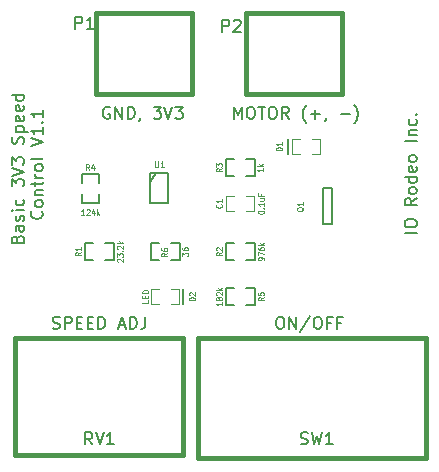
<source format=gto>
G04 (created by PCBNEW (2013-mar-13)-testing) date Sun 09 Feb 2014 10:32:50 PM PST*
%MOIN*%
G04 Gerber Fmt 3.4, Leading zero omitted, Abs format*
%FSLAX34Y34*%
G01*
G70*
G90*
G04 APERTURE LIST*
%ADD10C,0.005906*%
%ADD11C,0.008000*%
%ADD12C,0.004700*%
%ADD13C,0.015000*%
%ADD14C,0.005000*%
%ADD15C,0.004500*%
G04 APERTURE END LIST*
G54D10*
G54D11*
X24080Y-17371D02*
X23680Y-17371D01*
X23680Y-17104D02*
X23680Y-17028D01*
X23700Y-16990D01*
X23738Y-16952D01*
X23814Y-16933D01*
X23947Y-16933D01*
X24023Y-16952D01*
X24061Y-16990D01*
X24080Y-17028D01*
X24080Y-17104D01*
X24061Y-17142D01*
X24023Y-17180D01*
X23947Y-17199D01*
X23814Y-17199D01*
X23738Y-17180D01*
X23700Y-17142D01*
X23680Y-17104D01*
X24080Y-16228D02*
X23890Y-16361D01*
X24080Y-16457D02*
X23680Y-16457D01*
X23680Y-16304D01*
X23700Y-16266D01*
X23719Y-16247D01*
X23757Y-16228D01*
X23814Y-16228D01*
X23852Y-16247D01*
X23871Y-16266D01*
X23890Y-16304D01*
X23890Y-16457D01*
X24080Y-15999D02*
X24061Y-16038D01*
X24042Y-16057D01*
X24004Y-16076D01*
X23890Y-16076D01*
X23852Y-16057D01*
X23833Y-16038D01*
X23814Y-15999D01*
X23814Y-15942D01*
X23833Y-15904D01*
X23852Y-15885D01*
X23890Y-15866D01*
X24004Y-15866D01*
X24042Y-15885D01*
X24061Y-15904D01*
X24080Y-15942D01*
X24080Y-15999D01*
X24080Y-15523D02*
X23680Y-15523D01*
X24061Y-15523D02*
X24080Y-15561D01*
X24080Y-15638D01*
X24061Y-15676D01*
X24042Y-15695D01*
X24004Y-15714D01*
X23890Y-15714D01*
X23852Y-15695D01*
X23833Y-15676D01*
X23814Y-15638D01*
X23814Y-15561D01*
X23833Y-15523D01*
X24061Y-15180D02*
X24080Y-15219D01*
X24080Y-15295D01*
X24061Y-15333D01*
X24023Y-15352D01*
X23871Y-15352D01*
X23833Y-15333D01*
X23814Y-15295D01*
X23814Y-15219D01*
X23833Y-15180D01*
X23871Y-15161D01*
X23909Y-15161D01*
X23947Y-15352D01*
X24080Y-14933D02*
X24061Y-14971D01*
X24042Y-14990D01*
X24004Y-15009D01*
X23890Y-15009D01*
X23852Y-14990D01*
X23833Y-14971D01*
X23814Y-14933D01*
X23814Y-14876D01*
X23833Y-14838D01*
X23852Y-14819D01*
X23890Y-14800D01*
X24004Y-14800D01*
X24042Y-14819D01*
X24061Y-14838D01*
X24080Y-14876D01*
X24080Y-14933D01*
X24080Y-14323D02*
X23680Y-14323D01*
X23814Y-14133D02*
X24080Y-14133D01*
X23852Y-14133D02*
X23833Y-14114D01*
X23814Y-14076D01*
X23814Y-14019D01*
X23833Y-13980D01*
X23871Y-13961D01*
X24080Y-13961D01*
X24061Y-13600D02*
X24080Y-13638D01*
X24080Y-13714D01*
X24061Y-13752D01*
X24042Y-13771D01*
X24004Y-13790D01*
X23890Y-13790D01*
X23852Y-13771D01*
X23833Y-13752D01*
X23814Y-13714D01*
X23814Y-13638D01*
X23833Y-13600D01*
X24042Y-13428D02*
X24061Y-13409D01*
X24080Y-13428D01*
X24061Y-13447D01*
X24042Y-13428D01*
X24080Y-13428D01*
X10771Y-17585D02*
X10790Y-17528D01*
X10809Y-17509D01*
X10847Y-17490D01*
X10904Y-17490D01*
X10942Y-17509D01*
X10961Y-17528D01*
X10980Y-17566D01*
X10980Y-17719D01*
X10580Y-17719D01*
X10580Y-17585D01*
X10600Y-17547D01*
X10619Y-17528D01*
X10657Y-17509D01*
X10695Y-17509D01*
X10733Y-17528D01*
X10752Y-17547D01*
X10771Y-17585D01*
X10771Y-17719D01*
X10980Y-17147D02*
X10771Y-17147D01*
X10733Y-17166D01*
X10714Y-17204D01*
X10714Y-17280D01*
X10733Y-17319D01*
X10961Y-17147D02*
X10980Y-17185D01*
X10980Y-17280D01*
X10961Y-17319D01*
X10923Y-17338D01*
X10885Y-17338D01*
X10847Y-17319D01*
X10828Y-17280D01*
X10828Y-17185D01*
X10809Y-17147D01*
X10961Y-16976D02*
X10980Y-16938D01*
X10980Y-16861D01*
X10961Y-16823D01*
X10923Y-16804D01*
X10904Y-16804D01*
X10866Y-16823D01*
X10847Y-16861D01*
X10847Y-16919D01*
X10828Y-16957D01*
X10790Y-16976D01*
X10771Y-16976D01*
X10733Y-16957D01*
X10714Y-16919D01*
X10714Y-16861D01*
X10733Y-16823D01*
X10980Y-16633D02*
X10714Y-16633D01*
X10580Y-16633D02*
X10600Y-16652D01*
X10619Y-16633D01*
X10600Y-16614D01*
X10580Y-16633D01*
X10619Y-16633D01*
X10961Y-16271D02*
X10980Y-16309D01*
X10980Y-16385D01*
X10961Y-16423D01*
X10942Y-16442D01*
X10904Y-16461D01*
X10790Y-16461D01*
X10752Y-16442D01*
X10733Y-16423D01*
X10714Y-16385D01*
X10714Y-16309D01*
X10733Y-16271D01*
X10580Y-15833D02*
X10580Y-15585D01*
X10733Y-15719D01*
X10733Y-15661D01*
X10752Y-15623D01*
X10771Y-15604D01*
X10809Y-15585D01*
X10904Y-15585D01*
X10942Y-15604D01*
X10961Y-15623D01*
X10980Y-15661D01*
X10980Y-15776D01*
X10961Y-15814D01*
X10942Y-15833D01*
X10580Y-15471D02*
X10980Y-15338D01*
X10580Y-15204D01*
X10580Y-15109D02*
X10580Y-14861D01*
X10733Y-14995D01*
X10733Y-14938D01*
X10752Y-14900D01*
X10771Y-14880D01*
X10809Y-14861D01*
X10904Y-14861D01*
X10942Y-14880D01*
X10961Y-14900D01*
X10980Y-14938D01*
X10980Y-15052D01*
X10961Y-15090D01*
X10942Y-15109D01*
X10961Y-14404D02*
X10980Y-14347D01*
X10980Y-14252D01*
X10961Y-14214D01*
X10942Y-14195D01*
X10904Y-14176D01*
X10866Y-14176D01*
X10828Y-14195D01*
X10809Y-14214D01*
X10790Y-14252D01*
X10771Y-14328D01*
X10752Y-14366D01*
X10733Y-14385D01*
X10695Y-14404D01*
X10657Y-14404D01*
X10619Y-14385D01*
X10600Y-14366D01*
X10580Y-14328D01*
X10580Y-14233D01*
X10600Y-14176D01*
X10714Y-14004D02*
X11114Y-14004D01*
X10733Y-14004D02*
X10714Y-13966D01*
X10714Y-13890D01*
X10733Y-13852D01*
X10752Y-13833D01*
X10790Y-13814D01*
X10904Y-13814D01*
X10942Y-13833D01*
X10961Y-13852D01*
X10980Y-13890D01*
X10980Y-13966D01*
X10961Y-14004D01*
X10961Y-13490D02*
X10980Y-13528D01*
X10980Y-13604D01*
X10961Y-13642D01*
X10923Y-13661D01*
X10771Y-13661D01*
X10733Y-13642D01*
X10714Y-13604D01*
X10714Y-13528D01*
X10733Y-13490D01*
X10771Y-13471D01*
X10809Y-13471D01*
X10847Y-13661D01*
X10961Y-13147D02*
X10980Y-13185D01*
X10980Y-13261D01*
X10961Y-13300D01*
X10923Y-13319D01*
X10771Y-13319D01*
X10733Y-13300D01*
X10714Y-13261D01*
X10714Y-13185D01*
X10733Y-13147D01*
X10771Y-13128D01*
X10809Y-13128D01*
X10847Y-13319D01*
X10980Y-12785D02*
X10580Y-12785D01*
X10961Y-12785D02*
X10980Y-12823D01*
X10980Y-12900D01*
X10961Y-12938D01*
X10942Y-12957D01*
X10904Y-12976D01*
X10790Y-12976D01*
X10752Y-12957D01*
X10733Y-12938D01*
X10714Y-12900D01*
X10714Y-12823D01*
X10733Y-12785D01*
X11582Y-16661D02*
X11601Y-16680D01*
X11620Y-16738D01*
X11620Y-16776D01*
X11601Y-16833D01*
X11563Y-16871D01*
X11525Y-16890D01*
X11449Y-16909D01*
X11392Y-16909D01*
X11316Y-16890D01*
X11278Y-16871D01*
X11240Y-16833D01*
X11220Y-16776D01*
X11220Y-16738D01*
X11240Y-16680D01*
X11259Y-16661D01*
X11620Y-16433D02*
X11601Y-16471D01*
X11582Y-16490D01*
X11544Y-16509D01*
X11430Y-16509D01*
X11392Y-16490D01*
X11373Y-16471D01*
X11354Y-16433D01*
X11354Y-16376D01*
X11373Y-16338D01*
X11392Y-16319D01*
X11430Y-16299D01*
X11544Y-16299D01*
X11582Y-16319D01*
X11601Y-16338D01*
X11620Y-16376D01*
X11620Y-16433D01*
X11354Y-16128D02*
X11620Y-16128D01*
X11392Y-16128D02*
X11373Y-16109D01*
X11354Y-16071D01*
X11354Y-16014D01*
X11373Y-15976D01*
X11411Y-15957D01*
X11620Y-15957D01*
X11354Y-15823D02*
X11354Y-15671D01*
X11220Y-15766D02*
X11563Y-15766D01*
X11601Y-15747D01*
X11620Y-15709D01*
X11620Y-15671D01*
X11620Y-15538D02*
X11354Y-15538D01*
X11430Y-15538D02*
X11392Y-15519D01*
X11373Y-15499D01*
X11354Y-15461D01*
X11354Y-15423D01*
X11620Y-15233D02*
X11601Y-15271D01*
X11582Y-15290D01*
X11544Y-15309D01*
X11430Y-15309D01*
X11392Y-15290D01*
X11373Y-15271D01*
X11354Y-15233D01*
X11354Y-15176D01*
X11373Y-15138D01*
X11392Y-15119D01*
X11430Y-15100D01*
X11544Y-15100D01*
X11582Y-15119D01*
X11601Y-15138D01*
X11620Y-15176D01*
X11620Y-15233D01*
X11620Y-14871D02*
X11601Y-14909D01*
X11563Y-14928D01*
X11220Y-14928D01*
X11220Y-14471D02*
X11620Y-14338D01*
X11220Y-14204D01*
X11620Y-13861D02*
X11620Y-14090D01*
X11620Y-13976D02*
X11220Y-13976D01*
X11278Y-14014D01*
X11316Y-14052D01*
X11335Y-14090D01*
X11582Y-13690D02*
X11601Y-13671D01*
X11620Y-13690D01*
X11601Y-13709D01*
X11582Y-13690D01*
X11620Y-13690D01*
X11620Y-13290D02*
X11620Y-13519D01*
X11620Y-13404D02*
X11220Y-13404D01*
X11278Y-13442D01*
X11316Y-13480D01*
X11335Y-13519D01*
X19490Y-20180D02*
X19566Y-20180D01*
X19604Y-20200D01*
X19642Y-20238D01*
X19661Y-20314D01*
X19661Y-20447D01*
X19642Y-20523D01*
X19604Y-20561D01*
X19566Y-20580D01*
X19490Y-20580D01*
X19452Y-20561D01*
X19414Y-20523D01*
X19395Y-20447D01*
X19395Y-20314D01*
X19414Y-20238D01*
X19452Y-20200D01*
X19490Y-20180D01*
X19833Y-20580D02*
X19833Y-20180D01*
X20061Y-20580D01*
X20061Y-20180D01*
X20538Y-20161D02*
X20195Y-20676D01*
X20747Y-20180D02*
X20823Y-20180D01*
X20861Y-20200D01*
X20900Y-20238D01*
X20919Y-20314D01*
X20919Y-20447D01*
X20900Y-20523D01*
X20861Y-20561D01*
X20823Y-20580D01*
X20747Y-20580D01*
X20709Y-20561D01*
X20671Y-20523D01*
X20652Y-20447D01*
X20652Y-20314D01*
X20671Y-20238D01*
X20709Y-20200D01*
X20747Y-20180D01*
X21223Y-20371D02*
X21090Y-20371D01*
X21090Y-20580D02*
X21090Y-20180D01*
X21280Y-20180D01*
X21566Y-20371D02*
X21433Y-20371D01*
X21433Y-20580D02*
X21433Y-20180D01*
X21623Y-20180D01*
X11947Y-20561D02*
X12004Y-20580D01*
X12100Y-20580D01*
X12138Y-20561D01*
X12157Y-20542D01*
X12176Y-20504D01*
X12176Y-20466D01*
X12157Y-20428D01*
X12138Y-20409D01*
X12100Y-20390D01*
X12023Y-20371D01*
X11985Y-20352D01*
X11966Y-20333D01*
X11947Y-20295D01*
X11947Y-20257D01*
X11966Y-20219D01*
X11985Y-20200D01*
X12023Y-20180D01*
X12119Y-20180D01*
X12176Y-20200D01*
X12347Y-20580D02*
X12347Y-20180D01*
X12500Y-20180D01*
X12538Y-20200D01*
X12557Y-20219D01*
X12576Y-20257D01*
X12576Y-20314D01*
X12557Y-20352D01*
X12538Y-20371D01*
X12500Y-20390D01*
X12347Y-20390D01*
X12747Y-20371D02*
X12880Y-20371D01*
X12938Y-20580D02*
X12747Y-20580D01*
X12747Y-20180D01*
X12938Y-20180D01*
X13109Y-20371D02*
X13242Y-20371D01*
X13300Y-20580D02*
X13109Y-20580D01*
X13109Y-20180D01*
X13300Y-20180D01*
X13471Y-20580D02*
X13471Y-20180D01*
X13566Y-20180D01*
X13623Y-20200D01*
X13661Y-20238D01*
X13680Y-20276D01*
X13700Y-20352D01*
X13700Y-20409D01*
X13680Y-20485D01*
X13661Y-20523D01*
X13623Y-20561D01*
X13566Y-20580D01*
X13471Y-20580D01*
X14157Y-20466D02*
X14347Y-20466D01*
X14119Y-20580D02*
X14252Y-20180D01*
X14385Y-20580D01*
X14519Y-20580D02*
X14519Y-20180D01*
X14614Y-20180D01*
X14671Y-20200D01*
X14709Y-20238D01*
X14728Y-20276D01*
X14747Y-20352D01*
X14747Y-20409D01*
X14728Y-20485D01*
X14709Y-20523D01*
X14671Y-20561D01*
X14614Y-20580D01*
X14519Y-20580D01*
X15033Y-20180D02*
X15033Y-20466D01*
X15014Y-20523D01*
X14976Y-20561D01*
X14919Y-20580D01*
X14880Y-20580D01*
X17980Y-13580D02*
X17980Y-13180D01*
X18114Y-13466D01*
X18247Y-13180D01*
X18247Y-13580D01*
X18514Y-13180D02*
X18590Y-13180D01*
X18628Y-13200D01*
X18666Y-13238D01*
X18685Y-13314D01*
X18685Y-13447D01*
X18666Y-13523D01*
X18628Y-13561D01*
X18590Y-13580D01*
X18514Y-13580D01*
X18476Y-13561D01*
X18438Y-13523D01*
X18419Y-13447D01*
X18419Y-13314D01*
X18438Y-13238D01*
X18476Y-13200D01*
X18514Y-13180D01*
X18800Y-13180D02*
X19028Y-13180D01*
X18914Y-13580D02*
X18914Y-13180D01*
X19238Y-13180D02*
X19314Y-13180D01*
X19352Y-13200D01*
X19390Y-13238D01*
X19409Y-13314D01*
X19409Y-13447D01*
X19390Y-13523D01*
X19352Y-13561D01*
X19314Y-13580D01*
X19238Y-13580D01*
X19200Y-13561D01*
X19161Y-13523D01*
X19142Y-13447D01*
X19142Y-13314D01*
X19161Y-13238D01*
X19200Y-13200D01*
X19238Y-13180D01*
X19809Y-13580D02*
X19676Y-13390D01*
X19580Y-13580D02*
X19580Y-13180D01*
X19733Y-13180D01*
X19771Y-13200D01*
X19790Y-13219D01*
X19809Y-13257D01*
X19809Y-13314D01*
X19790Y-13352D01*
X19771Y-13371D01*
X19733Y-13390D01*
X19580Y-13390D01*
X20400Y-13733D02*
X20380Y-13714D01*
X20342Y-13657D01*
X20323Y-13619D01*
X20304Y-13561D01*
X20285Y-13466D01*
X20285Y-13390D01*
X20304Y-13295D01*
X20323Y-13238D01*
X20342Y-13200D01*
X20380Y-13142D01*
X20400Y-13123D01*
X20552Y-13428D02*
X20857Y-13428D01*
X20704Y-13580D02*
X20704Y-13276D01*
X21066Y-13561D02*
X21066Y-13580D01*
X21047Y-13619D01*
X21028Y-13638D01*
X21542Y-13428D02*
X21847Y-13428D01*
X22000Y-13733D02*
X22019Y-13714D01*
X22057Y-13657D01*
X22076Y-13619D01*
X22095Y-13561D01*
X22114Y-13466D01*
X22114Y-13390D01*
X22095Y-13295D01*
X22076Y-13238D01*
X22057Y-13200D01*
X22019Y-13142D01*
X22000Y-13123D01*
X13842Y-13200D02*
X13804Y-13180D01*
X13747Y-13180D01*
X13690Y-13200D01*
X13652Y-13238D01*
X13633Y-13276D01*
X13614Y-13352D01*
X13614Y-13409D01*
X13633Y-13485D01*
X13652Y-13523D01*
X13690Y-13561D01*
X13747Y-13580D01*
X13785Y-13580D01*
X13842Y-13561D01*
X13861Y-13542D01*
X13861Y-13409D01*
X13785Y-13409D01*
X14033Y-13580D02*
X14033Y-13180D01*
X14261Y-13580D01*
X14261Y-13180D01*
X14452Y-13580D02*
X14452Y-13180D01*
X14547Y-13180D01*
X14604Y-13200D01*
X14642Y-13238D01*
X14661Y-13276D01*
X14680Y-13352D01*
X14680Y-13409D01*
X14661Y-13485D01*
X14642Y-13523D01*
X14604Y-13561D01*
X14547Y-13580D01*
X14452Y-13580D01*
X14871Y-13561D02*
X14871Y-13580D01*
X14852Y-13619D01*
X14833Y-13638D01*
X15309Y-13180D02*
X15557Y-13180D01*
X15423Y-13333D01*
X15480Y-13333D01*
X15519Y-13352D01*
X15538Y-13371D01*
X15557Y-13409D01*
X15557Y-13504D01*
X15538Y-13542D01*
X15519Y-13561D01*
X15480Y-13580D01*
X15366Y-13580D01*
X15328Y-13561D01*
X15309Y-13542D01*
X15671Y-13180D02*
X15804Y-13580D01*
X15938Y-13180D01*
X16033Y-13180D02*
X16280Y-13180D01*
X16147Y-13333D01*
X16204Y-13333D01*
X16242Y-13352D01*
X16261Y-13371D01*
X16280Y-13409D01*
X16280Y-13504D01*
X16261Y-13542D01*
X16242Y-13561D01*
X16204Y-13580D01*
X16090Y-13580D01*
X16052Y-13561D01*
X16033Y-13542D01*
G54D12*
X18397Y-16656D02*
X18672Y-16656D01*
X18003Y-16656D02*
X17728Y-16656D01*
X18397Y-16144D02*
X18672Y-16144D01*
X17728Y-16144D02*
X18003Y-16144D01*
X18672Y-16150D02*
X18672Y-16650D01*
X17728Y-16650D02*
X17728Y-16150D01*
G54D10*
X19800Y-14750D02*
X19800Y-14250D01*
G54D12*
X20203Y-14244D02*
X19928Y-14244D01*
X20597Y-14244D02*
X20872Y-14244D01*
X20203Y-14756D02*
X19928Y-14756D01*
X20872Y-14756D02*
X20597Y-14756D01*
X19928Y-14750D02*
X19928Y-14250D01*
X20872Y-14250D02*
X20872Y-14750D01*
G54D13*
X13400Y-10050D02*
X13400Y-12750D01*
X13400Y-12750D02*
X16600Y-12750D01*
X16600Y-12750D02*
X16600Y-10050D01*
X16600Y-10050D02*
X13400Y-10050D01*
X18400Y-10050D02*
X18400Y-12750D01*
X18400Y-12750D02*
X21600Y-12750D01*
X21600Y-12750D02*
X21600Y-10050D01*
X21600Y-10050D02*
X18400Y-10050D01*
G54D14*
X20950Y-17100D02*
X20950Y-15900D01*
X20950Y-15900D02*
X21250Y-15900D01*
X21250Y-15900D02*
X21250Y-17100D01*
X21250Y-17100D02*
X20950Y-17100D01*
X13697Y-18275D02*
X13975Y-18275D01*
X13975Y-18275D02*
X13975Y-17725D01*
X13975Y-17725D02*
X13697Y-17725D01*
X13025Y-18275D02*
X13303Y-18275D01*
X13025Y-18275D02*
X13025Y-17725D01*
X13025Y-17725D02*
X13303Y-17725D01*
X18003Y-17725D02*
X17725Y-17725D01*
X17725Y-17725D02*
X17725Y-18275D01*
X17725Y-18275D02*
X18003Y-18275D01*
X18675Y-17725D02*
X18397Y-17725D01*
X18675Y-17725D02*
X18675Y-18275D01*
X18675Y-18275D02*
X18397Y-18275D01*
X18397Y-15475D02*
X18675Y-15475D01*
X18675Y-15475D02*
X18675Y-14925D01*
X18675Y-14925D02*
X18397Y-14925D01*
X17725Y-15475D02*
X18003Y-15475D01*
X17725Y-15475D02*
X17725Y-14925D01*
X17725Y-14925D02*
X18003Y-14925D01*
X12925Y-16097D02*
X12925Y-16375D01*
X12925Y-16375D02*
X13475Y-16375D01*
X13475Y-16375D02*
X13475Y-16097D01*
X12925Y-15425D02*
X12925Y-15703D01*
X12925Y-15425D02*
X13475Y-15425D01*
X13475Y-15425D02*
X13475Y-15703D01*
X18397Y-19775D02*
X18675Y-19775D01*
X18675Y-19775D02*
X18675Y-19225D01*
X18675Y-19225D02*
X18397Y-19225D01*
X17725Y-19775D02*
X18003Y-19775D01*
X17725Y-19775D02*
X17725Y-19225D01*
X17725Y-19225D02*
X18003Y-19225D01*
G54D13*
X10700Y-20900D02*
X10700Y-24800D01*
X10700Y-24800D02*
X16300Y-24800D01*
X11000Y-20900D02*
X10700Y-20900D01*
X16300Y-20900D02*
X16300Y-24800D01*
X16000Y-20900D02*
X16300Y-20900D01*
X16000Y-20900D02*
X11000Y-20900D01*
X15500Y-24800D02*
X11500Y-24800D01*
X16800Y-20900D02*
X24400Y-20900D01*
X24400Y-20900D02*
X24400Y-24900D01*
X24400Y-24900D02*
X16800Y-24900D01*
X16800Y-24900D02*
X16800Y-20900D01*
G54D14*
X15200Y-15700D02*
X15400Y-15400D01*
X15200Y-16400D02*
X15200Y-15375D01*
X15200Y-15375D02*
X15800Y-15375D01*
X15800Y-15375D02*
X15800Y-16400D01*
X15800Y-16400D02*
X15200Y-16400D01*
G54D10*
X16300Y-19250D02*
X16300Y-19750D01*
G54D12*
X15897Y-19756D02*
X16172Y-19756D01*
X15503Y-19756D02*
X15228Y-19756D01*
X15897Y-19244D02*
X16172Y-19244D01*
X15228Y-19244D02*
X15503Y-19244D01*
X16172Y-19250D02*
X16172Y-19750D01*
X15228Y-19750D02*
X15228Y-19250D01*
G54D14*
X15897Y-18275D02*
X16175Y-18275D01*
X16175Y-18275D02*
X16175Y-17725D01*
X16175Y-17725D02*
X15897Y-17725D01*
X15225Y-18275D02*
X15503Y-18275D01*
X15225Y-18275D02*
X15225Y-17725D01*
X15225Y-17725D02*
X15503Y-17725D01*
G54D15*
X17571Y-16430D02*
X17580Y-16438D01*
X17590Y-16464D01*
X17590Y-16481D01*
X17580Y-16507D01*
X17561Y-16524D01*
X17542Y-16532D01*
X17504Y-16541D01*
X17476Y-16541D01*
X17438Y-16532D01*
X17419Y-16524D01*
X17400Y-16507D01*
X17390Y-16481D01*
X17390Y-16464D01*
X17400Y-16438D01*
X17409Y-16430D01*
X17590Y-16258D02*
X17590Y-16361D01*
X17590Y-16310D02*
X17390Y-16310D01*
X17419Y-16327D01*
X17438Y-16344D01*
X17447Y-16361D01*
X18790Y-16695D02*
X18790Y-16678D01*
X18800Y-16661D01*
X18809Y-16652D01*
X18828Y-16644D01*
X18866Y-16635D01*
X18914Y-16635D01*
X18952Y-16644D01*
X18971Y-16652D01*
X18980Y-16661D01*
X18990Y-16678D01*
X18990Y-16695D01*
X18980Y-16712D01*
X18971Y-16721D01*
X18952Y-16730D01*
X18914Y-16738D01*
X18866Y-16738D01*
X18828Y-16730D01*
X18809Y-16721D01*
X18800Y-16712D01*
X18790Y-16695D01*
X18971Y-16558D02*
X18980Y-16549D01*
X18990Y-16558D01*
X18980Y-16567D01*
X18971Y-16558D01*
X18990Y-16558D01*
X18990Y-16378D02*
X18990Y-16481D01*
X18990Y-16430D02*
X18790Y-16430D01*
X18819Y-16447D01*
X18838Y-16464D01*
X18847Y-16481D01*
X18857Y-16224D02*
X18990Y-16224D01*
X18857Y-16301D02*
X18961Y-16301D01*
X18980Y-16292D01*
X18990Y-16275D01*
X18990Y-16249D01*
X18980Y-16232D01*
X18971Y-16224D01*
X18885Y-16078D02*
X18885Y-16138D01*
X18990Y-16138D02*
X18790Y-16138D01*
X18790Y-16052D01*
X19590Y-14632D02*
X19390Y-14632D01*
X19390Y-14590D01*
X19400Y-14564D01*
X19419Y-14547D01*
X19438Y-14538D01*
X19476Y-14530D01*
X19504Y-14530D01*
X19542Y-14538D01*
X19561Y-14547D01*
X19580Y-14564D01*
X19590Y-14590D01*
X19590Y-14632D01*
X19590Y-14358D02*
X19590Y-14461D01*
X19590Y-14410D02*
X19390Y-14410D01*
X19419Y-14427D01*
X19438Y-14444D01*
X19447Y-14461D01*
G54D11*
X12704Y-10580D02*
X12704Y-10180D01*
X12857Y-10180D01*
X12895Y-10200D01*
X12914Y-10219D01*
X12933Y-10257D01*
X12933Y-10314D01*
X12914Y-10352D01*
X12895Y-10371D01*
X12857Y-10390D01*
X12704Y-10390D01*
X13314Y-10580D02*
X13085Y-10580D01*
X13200Y-10580D02*
X13200Y-10180D01*
X13161Y-10238D01*
X13123Y-10276D01*
X13085Y-10295D01*
X17604Y-10680D02*
X17604Y-10280D01*
X17757Y-10280D01*
X17795Y-10300D01*
X17814Y-10319D01*
X17833Y-10357D01*
X17833Y-10414D01*
X17814Y-10452D01*
X17795Y-10471D01*
X17757Y-10490D01*
X17604Y-10490D01*
X17985Y-10319D02*
X18004Y-10300D01*
X18042Y-10280D01*
X18138Y-10280D01*
X18176Y-10300D01*
X18195Y-10319D01*
X18214Y-10357D01*
X18214Y-10395D01*
X18195Y-10452D01*
X17966Y-10680D01*
X18214Y-10680D01*
G54D15*
X20309Y-16517D02*
X20300Y-16534D01*
X20280Y-16551D01*
X20252Y-16577D01*
X20242Y-16594D01*
X20242Y-16611D01*
X20290Y-16602D02*
X20280Y-16620D01*
X20261Y-16637D01*
X20223Y-16645D01*
X20157Y-16645D01*
X20119Y-16637D01*
X20100Y-16620D01*
X20090Y-16602D01*
X20090Y-16568D01*
X20100Y-16551D01*
X20119Y-16534D01*
X20157Y-16525D01*
X20223Y-16525D01*
X20261Y-16534D01*
X20280Y-16551D01*
X20290Y-16568D01*
X20290Y-16602D01*
X20290Y-16354D02*
X20290Y-16457D01*
X20290Y-16405D02*
X20090Y-16405D01*
X20119Y-16422D01*
X20138Y-16440D01*
X20147Y-16457D01*
X12889Y-18030D02*
X12795Y-18090D01*
X12889Y-18132D02*
X12692Y-18132D01*
X12692Y-18064D01*
X12701Y-18047D01*
X12710Y-18038D01*
X12729Y-18030D01*
X12757Y-18030D01*
X12776Y-18038D01*
X12785Y-18047D01*
X12795Y-18064D01*
X12795Y-18132D01*
X12889Y-17858D02*
X12889Y-17961D01*
X12889Y-17910D02*
X12692Y-17910D01*
X12720Y-17927D01*
X12739Y-17944D01*
X12748Y-17961D01*
X14109Y-18338D02*
X14100Y-18330D01*
X14090Y-18312D01*
X14090Y-18270D01*
X14100Y-18252D01*
X14109Y-18244D01*
X14128Y-18235D01*
X14147Y-18235D01*
X14176Y-18244D01*
X14290Y-18347D01*
X14290Y-18235D01*
X14090Y-18175D02*
X14090Y-18064D01*
X14166Y-18124D01*
X14166Y-18098D01*
X14176Y-18081D01*
X14185Y-18072D01*
X14204Y-18064D01*
X14252Y-18064D01*
X14271Y-18072D01*
X14280Y-18081D01*
X14290Y-18098D01*
X14290Y-18149D01*
X14280Y-18167D01*
X14271Y-18175D01*
X14271Y-17987D02*
X14280Y-17978D01*
X14290Y-17987D01*
X14280Y-17995D01*
X14271Y-17987D01*
X14290Y-17987D01*
X14109Y-17909D02*
X14100Y-17901D01*
X14090Y-17884D01*
X14090Y-17841D01*
X14100Y-17824D01*
X14109Y-17815D01*
X14128Y-17807D01*
X14147Y-17807D01*
X14176Y-17815D01*
X14290Y-17918D01*
X14290Y-17807D01*
X14290Y-17729D02*
X14090Y-17729D01*
X14214Y-17712D02*
X14290Y-17661D01*
X14157Y-17661D02*
X14233Y-17729D01*
X17589Y-18030D02*
X17495Y-18090D01*
X17589Y-18132D02*
X17392Y-18132D01*
X17392Y-18064D01*
X17401Y-18047D01*
X17410Y-18038D01*
X17429Y-18030D01*
X17457Y-18030D01*
X17476Y-18038D01*
X17485Y-18047D01*
X17495Y-18064D01*
X17495Y-18132D01*
X17410Y-17961D02*
X17401Y-17952D01*
X17392Y-17935D01*
X17392Y-17892D01*
X17401Y-17875D01*
X17410Y-17867D01*
X17429Y-17858D01*
X17448Y-17858D01*
X17476Y-17867D01*
X17589Y-17970D01*
X17589Y-17858D01*
X18990Y-18278D02*
X18990Y-18244D01*
X18980Y-18227D01*
X18971Y-18218D01*
X18942Y-18201D01*
X18904Y-18192D01*
X18828Y-18192D01*
X18809Y-18201D01*
X18800Y-18210D01*
X18790Y-18227D01*
X18790Y-18261D01*
X18800Y-18278D01*
X18809Y-18287D01*
X18828Y-18295D01*
X18876Y-18295D01*
X18895Y-18287D01*
X18904Y-18278D01*
X18914Y-18261D01*
X18914Y-18227D01*
X18904Y-18210D01*
X18895Y-18201D01*
X18876Y-18192D01*
X18790Y-18132D02*
X18790Y-18012D01*
X18990Y-18090D01*
X18790Y-17867D02*
X18790Y-17901D01*
X18800Y-17918D01*
X18809Y-17927D01*
X18838Y-17944D01*
X18876Y-17952D01*
X18952Y-17952D01*
X18971Y-17944D01*
X18980Y-17935D01*
X18990Y-17918D01*
X18990Y-17884D01*
X18980Y-17867D01*
X18971Y-17858D01*
X18952Y-17849D01*
X18904Y-17849D01*
X18885Y-17858D01*
X18876Y-17867D01*
X18866Y-17884D01*
X18866Y-17918D01*
X18876Y-17935D01*
X18885Y-17944D01*
X18904Y-17952D01*
X18990Y-17772D02*
X18790Y-17772D01*
X18914Y-17755D02*
X18990Y-17704D01*
X18857Y-17704D02*
X18933Y-17772D01*
X17589Y-15230D02*
X17495Y-15290D01*
X17589Y-15332D02*
X17392Y-15332D01*
X17392Y-15264D01*
X17401Y-15247D01*
X17410Y-15238D01*
X17429Y-15230D01*
X17457Y-15230D01*
X17476Y-15238D01*
X17485Y-15247D01*
X17495Y-15264D01*
X17495Y-15332D01*
X17392Y-15170D02*
X17392Y-15058D01*
X17467Y-15118D01*
X17467Y-15092D01*
X17476Y-15075D01*
X17485Y-15067D01*
X17504Y-15058D01*
X17551Y-15058D01*
X17570Y-15067D01*
X17579Y-15075D01*
X17589Y-15092D01*
X17589Y-15144D01*
X17579Y-15161D01*
X17570Y-15170D01*
X18959Y-15221D02*
X18959Y-15324D01*
X18959Y-15272D02*
X18759Y-15272D01*
X18788Y-15290D01*
X18807Y-15307D01*
X18816Y-15324D01*
X18959Y-15144D02*
X18759Y-15144D01*
X18883Y-15127D02*
X18959Y-15075D01*
X18826Y-15075D02*
X18902Y-15144D01*
X13170Y-15289D02*
X13110Y-15195D01*
X13067Y-15289D02*
X13067Y-15092D01*
X13135Y-15092D01*
X13152Y-15101D01*
X13161Y-15110D01*
X13170Y-15129D01*
X13170Y-15157D01*
X13161Y-15176D01*
X13152Y-15185D01*
X13135Y-15195D01*
X13067Y-15195D01*
X13324Y-15157D02*
X13324Y-15289D01*
X13281Y-15082D02*
X13238Y-15223D01*
X13350Y-15223D01*
X13007Y-16790D02*
X12904Y-16790D01*
X12955Y-16790D02*
X12955Y-16590D01*
X12938Y-16619D01*
X12921Y-16638D01*
X12904Y-16647D01*
X13075Y-16609D02*
X13084Y-16600D01*
X13101Y-16590D01*
X13144Y-16590D01*
X13161Y-16600D01*
X13170Y-16609D01*
X13178Y-16628D01*
X13178Y-16647D01*
X13170Y-16676D01*
X13067Y-16790D01*
X13178Y-16790D01*
X13332Y-16657D02*
X13332Y-16790D01*
X13290Y-16580D02*
X13247Y-16723D01*
X13358Y-16723D01*
X13427Y-16790D02*
X13427Y-16590D01*
X13444Y-16714D02*
X13495Y-16790D01*
X13495Y-16657D02*
X13427Y-16733D01*
X18989Y-19530D02*
X18895Y-19590D01*
X18989Y-19632D02*
X18792Y-19632D01*
X18792Y-19564D01*
X18801Y-19547D01*
X18810Y-19538D01*
X18829Y-19530D01*
X18857Y-19530D01*
X18876Y-19538D01*
X18885Y-19547D01*
X18895Y-19564D01*
X18895Y-19632D01*
X18792Y-19367D02*
X18792Y-19452D01*
X18885Y-19461D01*
X18876Y-19452D01*
X18867Y-19435D01*
X18867Y-19392D01*
X18876Y-19375D01*
X18885Y-19367D01*
X18904Y-19358D01*
X18951Y-19358D01*
X18970Y-19367D01*
X18979Y-19375D01*
X18989Y-19392D01*
X18989Y-19435D01*
X18979Y-19452D01*
X18970Y-19461D01*
X17590Y-19692D02*
X17590Y-19795D01*
X17590Y-19744D02*
X17390Y-19744D01*
X17419Y-19761D01*
X17438Y-19778D01*
X17447Y-19795D01*
X17476Y-19590D02*
X17466Y-19607D01*
X17457Y-19615D01*
X17438Y-19624D01*
X17428Y-19624D01*
X17409Y-19615D01*
X17400Y-19607D01*
X17390Y-19590D01*
X17390Y-19555D01*
X17400Y-19538D01*
X17409Y-19530D01*
X17428Y-19521D01*
X17438Y-19521D01*
X17457Y-19530D01*
X17466Y-19538D01*
X17476Y-19555D01*
X17476Y-19590D01*
X17485Y-19607D01*
X17495Y-19615D01*
X17514Y-19624D01*
X17552Y-19624D01*
X17571Y-19615D01*
X17580Y-19607D01*
X17590Y-19590D01*
X17590Y-19555D01*
X17580Y-19538D01*
X17571Y-19530D01*
X17552Y-19521D01*
X17514Y-19521D01*
X17495Y-19530D01*
X17485Y-19538D01*
X17476Y-19555D01*
X17409Y-19452D02*
X17400Y-19444D01*
X17390Y-19427D01*
X17390Y-19384D01*
X17400Y-19367D01*
X17409Y-19358D01*
X17428Y-19349D01*
X17447Y-19349D01*
X17476Y-19358D01*
X17590Y-19461D01*
X17590Y-19349D01*
X17590Y-19272D02*
X17390Y-19272D01*
X17514Y-19255D02*
X17590Y-19204D01*
X17457Y-19204D02*
X17533Y-19272D01*
G54D11*
X13261Y-24430D02*
X13128Y-24240D01*
X13033Y-24430D02*
X13033Y-24030D01*
X13185Y-24030D01*
X13223Y-24050D01*
X13242Y-24069D01*
X13261Y-24107D01*
X13261Y-24164D01*
X13242Y-24202D01*
X13223Y-24221D01*
X13185Y-24240D01*
X13033Y-24240D01*
X13376Y-24030D02*
X13509Y-24430D01*
X13642Y-24030D01*
X13985Y-24430D02*
X13757Y-24430D01*
X13871Y-24430D02*
X13871Y-24030D01*
X13833Y-24088D01*
X13795Y-24126D01*
X13757Y-24145D01*
X20216Y-24411D02*
X20273Y-24430D01*
X20369Y-24430D01*
X20407Y-24411D01*
X20426Y-24392D01*
X20445Y-24354D01*
X20445Y-24316D01*
X20426Y-24278D01*
X20407Y-24259D01*
X20369Y-24240D01*
X20292Y-24221D01*
X20254Y-24202D01*
X20235Y-24183D01*
X20216Y-24145D01*
X20216Y-24107D01*
X20235Y-24069D01*
X20254Y-24050D01*
X20292Y-24030D01*
X20388Y-24030D01*
X20445Y-24050D01*
X20578Y-24030D02*
X20673Y-24430D01*
X20750Y-24145D01*
X20826Y-24430D01*
X20921Y-24030D01*
X21283Y-24430D02*
X21054Y-24430D01*
X21169Y-24430D02*
X21169Y-24030D01*
X21130Y-24088D01*
X21092Y-24126D01*
X21054Y-24145D01*
G54D15*
X15362Y-14990D02*
X15362Y-15152D01*
X15371Y-15171D01*
X15380Y-15180D01*
X15397Y-15190D01*
X15431Y-15190D01*
X15448Y-15180D01*
X15457Y-15171D01*
X15465Y-15152D01*
X15465Y-14990D01*
X15645Y-15190D02*
X15542Y-15190D01*
X15594Y-15190D02*
X15594Y-14990D01*
X15577Y-15019D01*
X15560Y-15038D01*
X15542Y-15047D01*
X16690Y-19632D02*
X16490Y-19632D01*
X16490Y-19590D01*
X16500Y-19564D01*
X16519Y-19547D01*
X16538Y-19538D01*
X16576Y-19530D01*
X16604Y-19530D01*
X16642Y-19538D01*
X16661Y-19547D01*
X16680Y-19564D01*
X16690Y-19590D01*
X16690Y-19632D01*
X16509Y-19461D02*
X16500Y-19452D01*
X16490Y-19435D01*
X16490Y-19392D01*
X16500Y-19375D01*
X16509Y-19367D01*
X16528Y-19358D01*
X16547Y-19358D01*
X16576Y-19367D01*
X16690Y-19470D01*
X16690Y-19358D01*
X15140Y-19615D02*
X15140Y-19701D01*
X14940Y-19701D01*
X15035Y-19555D02*
X15035Y-19495D01*
X15140Y-19470D02*
X15140Y-19555D01*
X14940Y-19555D01*
X14940Y-19470D01*
X15140Y-19392D02*
X14940Y-19392D01*
X14940Y-19350D01*
X14950Y-19324D01*
X14969Y-19307D01*
X14988Y-19298D01*
X15026Y-19290D01*
X15054Y-19290D01*
X15092Y-19298D01*
X15111Y-19307D01*
X15130Y-19324D01*
X15140Y-19350D01*
X15140Y-19392D01*
X15764Y-18055D02*
X15670Y-18115D01*
X15764Y-18157D02*
X15567Y-18157D01*
X15567Y-18089D01*
X15576Y-18072D01*
X15585Y-18063D01*
X15604Y-18055D01*
X15632Y-18055D01*
X15651Y-18063D01*
X15660Y-18072D01*
X15670Y-18089D01*
X15670Y-18157D01*
X15567Y-17900D02*
X15567Y-17935D01*
X15576Y-17952D01*
X15585Y-17960D01*
X15614Y-17977D01*
X15651Y-17986D01*
X15726Y-17986D01*
X15745Y-17977D01*
X15754Y-17969D01*
X15764Y-17952D01*
X15764Y-17917D01*
X15754Y-17900D01*
X15745Y-17892D01*
X15726Y-17883D01*
X15679Y-17883D01*
X15660Y-17892D01*
X15651Y-17900D01*
X15642Y-17917D01*
X15642Y-17952D01*
X15651Y-17969D01*
X15660Y-17977D01*
X15679Y-17986D01*
X16259Y-18145D02*
X16259Y-18034D01*
X16335Y-18094D01*
X16335Y-18068D01*
X16345Y-18051D01*
X16354Y-18042D01*
X16373Y-18034D01*
X16421Y-18034D01*
X16440Y-18042D01*
X16449Y-18051D01*
X16459Y-18068D01*
X16459Y-18120D01*
X16449Y-18137D01*
X16440Y-18145D01*
X16259Y-17880D02*
X16259Y-17914D01*
X16269Y-17931D01*
X16278Y-17940D01*
X16307Y-17957D01*
X16345Y-17965D01*
X16421Y-17965D01*
X16440Y-17957D01*
X16449Y-17948D01*
X16459Y-17931D01*
X16459Y-17897D01*
X16449Y-17880D01*
X16440Y-17871D01*
X16421Y-17862D01*
X16373Y-17862D01*
X16354Y-17871D01*
X16345Y-17880D01*
X16335Y-17897D01*
X16335Y-17931D01*
X16345Y-17948D01*
X16354Y-17957D01*
X16373Y-17965D01*
M02*

</source>
